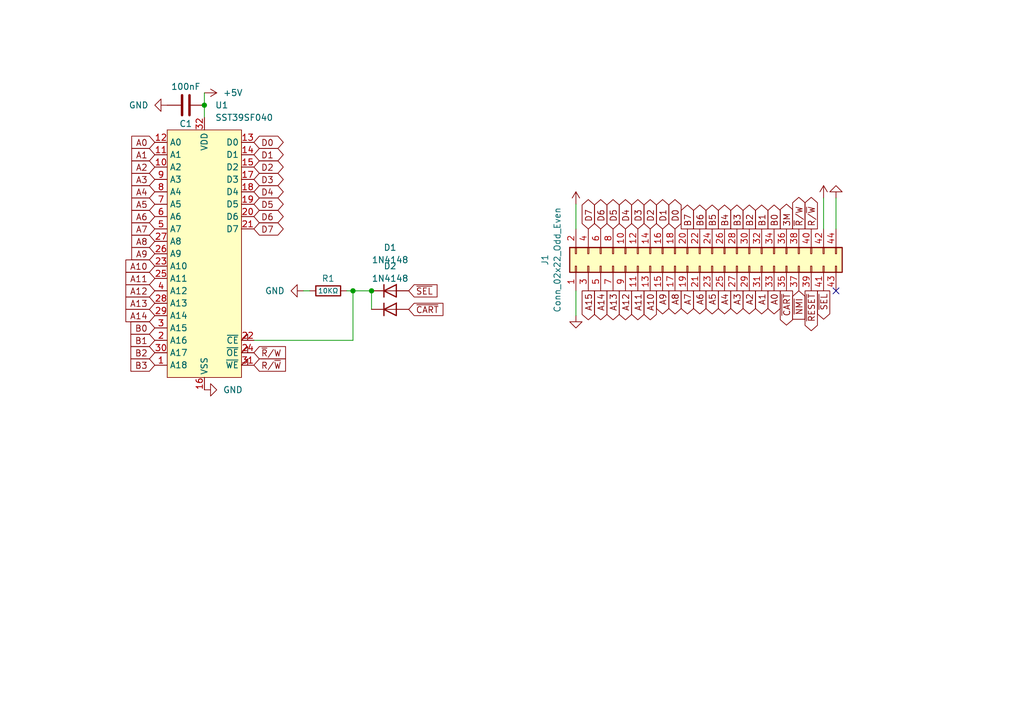
<source format=kicad_sch>
(kicad_sch (version 20231120) (generator "eeschema") (generator_version "8.0")
  (paper "A5")
  (lib_symbols
    (symbol "Connector_Generic:Conn_02x22_Odd_Even" (pin_names (offset 1.016) hide)
      (property "Reference" "J" (at 1.27 27.94 0))
      (property "Value" "Conn_02x22_Odd_Even" (at 1.27 -30.48 0))
      (symbol "Conn_02x22_Odd_Even_1_1"
        (rectangle (start -1.27 -27.813) (end 0 -28.067) (stroke (width 0.1524)))
        (rectangle (start -1.27 -25.273) (end 0 -25.527) (stroke (width 0.1524)))
        (rectangle (start -1.27 -22.733) (end 0 -22.987) (stroke (width 0.1524)))
        (rectangle (start -1.27 -20.193) (end 0 -20.447) (stroke (width 0.1524)))
        (rectangle (start -1.27 -17.653) (end 0 -17.907) (stroke (width 0.1524)))
        (rectangle (start -1.27 -15.113) (end 0 -15.367) (stroke (width 0.1524)))
        (rectangle (start -1.27 -12.573) (end 0 -12.827) (stroke (width 0.1524)))
        (rectangle (start -1.27 -10.033) (end 0 -10.287) (stroke (width 0.1524)))
        (rectangle (start -1.27 -7.493) (end 0 -7.747) (stroke (width 0.1524)))
        (rectangle (start -1.27 -4.953) (end 0 -5.207) (stroke (width 0.1524)))
        (rectangle (start -1.27 -2.413) (end 0 -2.667) (stroke (width 0.1524)))
        (rectangle (start -1.27 0.127) (end 0 -0.127) (stroke (width 0.1524)))
        (rectangle (start -1.27 2.667) (end 0 2.413) (stroke (width 0.1524)))
        (rectangle (start -1.27 5.207) (end 0 4.953) (stroke (width 0.1524)))
        (rectangle (start -1.27 7.747) (end 0 7.493) (stroke (width 0.1524)))
        (rectangle (start -1.27 10.287) (end 0 10.033) (stroke (width 0.1524)))
        (rectangle (start -1.27 12.827) (end 0 12.573) (stroke (width 0.1524)))
        (rectangle (start -1.27 15.367) (end 0 15.113) (stroke (width 0.1524)))
        (rectangle (start -1.27 17.907) (end 0 17.653) (stroke (width 0.1524)))
        (rectangle (start -1.27 20.447) (end 0 20.193) (stroke (width 0.1524)))
        (rectangle (start -1.27 22.987) (end 0 22.733) (stroke (width 0.1524)))
        (rectangle (start -1.27 25.527) (end 0 25.273) (stroke (width 0.1524)))
        (rectangle (start -1.27 26.67) (end 3.81 -29.21) (stroke (width 0.254)) (fill (type background)))
        (rectangle (start 3.81 -27.813) (end 2.54 -28.067) (stroke (width 0.1524)))
        (rectangle (start 3.81 -25.273) (end 2.54 -25.527) (stroke (width 0.1524)))
        (rectangle (start 3.81 -22.733) (end 2.54 -22.987) (stroke (width 0.1524)))
        (rectangle (start 3.81 -20.193) (end 2.54 -20.447) (stroke (width 0.1524)))
        (rectangle (start 3.81 -17.653) (end 2.54 -17.907) (stroke (width 0.1524)))
        (rectangle (start 3.81 -15.113) (end 2.54 -15.367) (stroke (width 0.1524)))
        (rectangle (start 3.81 -12.573) (end 2.54 -12.827) (stroke (width 0.1524)))
        (rectangle (start 3.81 -10.033) (end 2.54 -10.287) (stroke (width 0.1524)))
        (rectangle (start 3.81 -7.493) (end 2.54 -7.747) (stroke (width 0.1524)))
        (rectangle (start 3.81 -4.953) (end 2.54 -5.207) (stroke (width 0.1524)))
        (rectangle (start 3.81 -2.413) (end 2.54 -2.667) (stroke (width 0.1524)))
        (rectangle (start 3.81 0.127) (end 2.54 -0.127) (stroke (width 0.1524)))
        (rectangle (start 3.81 2.667) (end 2.54 2.413) (stroke (width 0.1524)))
        (rectangle (start 3.81 5.207) (end 2.54 4.953) (stroke (width 0.1524)))
        (rectangle (start 3.81 7.747) (end 2.54 7.493) (stroke (width 0.1524)))
        (rectangle (start 3.81 10.287) (end 2.54 10.033) (stroke (width 0.1524)))
        (rectangle (start 3.81 12.827) (end 2.54 12.573) (stroke (width 0.1524)))
        (rectangle (start 3.81 15.367) (end 2.54 15.113) (stroke (width 0.1524)))
        (rectangle (start 3.81 17.907) (end 2.54 17.653) (stroke (width 0.1524)))
        (rectangle (start 3.81 20.447) (end 2.54 20.193) (stroke (width 0.1524)))
        (rectangle (start 3.81 22.987) (end 2.54 22.733) (stroke (width 0.1524)))
        (rectangle (start 3.81 25.527) (end 2.54 25.273) (stroke (width 0.1524)))
        (pin passive line (at -5.08 25.4 0) (length 3.81) (name "Pin_1") (number "1"))
        (pin passive line (at 7.62 15.24 180) (length 3.81) (name "Pin_10") (number "10"))
        (pin passive line (at -5.08 12.7 0) (length 3.81) (name "Pin_11") (number "11"))
        (pin passive line (at 7.62 12.7 180) (length 3.81) (name "Pin_12") (number "12"))
        (pin passive line (at -5.08 10.16 0) (length 3.81) (name "Pin_13") (number "13"))
        (pin passive line (at 7.62 10.16 180) (length 3.81) (name "Pin_14") (number "14"))
        (pin passive line (at -5.08 7.62 0) (length 3.81) (name "Pin_15") (number "15"))
        (pin passive line (at 7.62 7.62 180) (length 3.81) (name "Pin_16") (number "16"))
        (pin passive line (at -5.08 5.08 0) (length 3.81) (name "Pin_17") (number "17"))
        (pin passive line (at 7.62 5.08 180) (length 3.81) (name "Pin_18") (number "18"))
        (pin passive line (at -5.08 2.54 0) (length 3.81) (name "Pin_19") (number "19"))
        (pin passive line (at 7.62 25.4 180) (length 3.81) (name "Pin_2") (number "2"))
        (pin passive line (at 7.62 2.54 180) (length 3.81) (name "Pin_20") (number "20"))
        (pin passive line (at -5.08 0 0) (length 3.81) (name "Pin_21") (number "21"))
        (pin passive line (at 7.62 0 180) (length 3.81) (name "Pin_22") (number "22"))
        (pin passive line (at -5.08 -2.54 0) (length 3.81) (name "Pin_23") (number "23"))
        (pin passive line (at 7.62 -2.54 180) (length 3.81) (name "Pin_24") (number "24"))
        (pin passive line (at -5.08 -5.08 0) (length 3.81) (name "Pin_25") (number "25"))
        (pin passive line (at 7.62 -5.08 180) (length 3.81) (name "Pin_26") (number "26"))
        (pin passive line (at -5.08 -7.62 0) (length 3.81) (name "Pin_27") (number "27"))
        (pin passive line (at 7.62 -7.62 180) (length 3.81) (name "Pin_28") (number "28"))
        (pin passive line (at -5.08 -10.16 0) (length 3.81) (name "Pin_29") (number "29"))
        (pin passive line (at -5.08 22.86 0) (length 3.81) (name "Pin_3") (number "3"))
        (pin passive line (at 7.62 -10.16 180) (length 3.81) (name "Pin_30") (number "30"))
        (pin passive line (at -5.08 -12.7 0) (length 3.81) (name "Pin_31") (number "31"))
        (pin passive line (at 7.62 -12.7 180) (length 3.81) (name "Pin_32") (number "32"))
        (pin passive line (at -5.08 -15.24 0) (length 3.81) (name "Pin_33") (number "33"))
        (pin passive line (at 7.62 -15.24 180) (length 3.81) (name "Pin_34") (number "34"))
        (pin passive line (at -5.08 -17.78 0) (length 3.81) (name "Pin_35") (number "35"))
        (pin passive line (at 7.62 -17.78 180) (length 3.81) (name "Pin_36") (number "36"))
        (pin passive line (at -5.08 -20.32 0) (length 3.81) (name "Pin_37") (number "37"))
        (pin passive line (at 7.62 -20.32 180) (length 3.81) (name "Pin_38") (number "38"))
        (pin passive line (at -5.08 -22.86 0) (length 3.81) (name "Pin_39") (number "39"))
        (pin passive line (at 7.62 22.86 180) (length 3.81) (name "Pin_4") (number "4"))
        (pin passive line (at 7.62 -22.86 180) (length 3.81) (name "Pin_40") (number "40"))
        (pin passive line (at -5.08 -25.4 0) (length 3.81) (name "Pin_41") (number "41"))
        (pin passive line (at 7.62 -25.4 180) (length 3.81) (name "Pin_42") (number "42"))
        (pin passive line (at -5.08 -27.94 0) (length 3.81) (name "Pin_43") (number "43"))
        (pin passive line (at 7.62 -27.94 180) (length 3.81) (name "Pin_44") (number "44"))
        (pin passive line (at -5.08 20.32 0) (length 3.81) (name "Pin_5") (number "5"))
        (pin passive line (at 7.62 20.32 180) (length 3.81) (name "Pin_6") (number "6"))
        (pin passive line (at -5.08 17.78 0) (length 3.81) (name "Pin_7") (number "7"))
        (pin passive line (at 7.62 17.78 180) (length 3.81) (name "Pin_8") (number "8"))
        (pin passive line (at -5.08 15.24 0) (length 3.81) (name "Pin_9") (number "9"))
      )
    )
    (symbol "Device:C" (pin_numbers hide) (pin_names (offset 0.254))
      (property "Reference" "C" (at 0.635 2.54 0))
      (property "Value" "C" (at 0.635 -2.54 0))
      (symbol "C_0_1"
        (polyline (pts (xy -2.032 -0.762) (xy 2.032 -0.762)) (stroke (width 0.508)))
        (polyline (pts (xy -2.032 0.762) (xy 2.032 0.762)) (stroke (width 0.508)))
      )
      (symbol "C_1_1"
        (pin passive line (at 0 3.81 270) (length 2.794) (name "~") (number "1"))
        (pin passive line (at 0 -3.81 90) (length 2.794) (name "~") (number "2"))
      )
    )
    (symbol "Device:R" (pin_numbers hide) (pin_names (offset 0))
      (property "Reference" "R" (at 2.032 0 90))
      (property "Value" "R" (at 0 0 90))
      (symbol "R_0_1"
        (rectangle (start -1.016 -2.54) (end 1.016 2.54) (stroke (width 0.254)))
      )
      (symbol "R_1_1"
        (pin passive line (at 0 3.81 270) (length 1.27) (name "~") (number "1"))
        (pin passive line (at 0 -3.81 90) (length 1.27) (name "~") (number "2"))
      )
    )
    (symbol "Diode:1N4148" (pin_numbers hide) (pin_names hide)
      (property "Reference" "D" (at 0 2.54 0))
      (property "Value" "1N4148" (at 0 -2.54 0))
      (symbol "1N4148_0_1"
        (polyline (pts (xy -1.27 1.27) (xy -1.27 -1.27)) (stroke (width 0.254)))
        (polyline (pts (xy 1.27 0) (xy -1.27 0)))
        (polyline (pts (xy 1.27 1.27) (xy 1.27 -1.27) (xy -1.27 0) (xy 1.27 1.27)) (stroke (width 0.254)))
      )
      (symbol "1N4148_1_1"
        (pin passive line (at -3.81 0 0) (length 2.54) (name "K") (number "1"))
        (pin passive line (at 3.81 0 180) (length 2.54) (name "A") (number "2"))
      )
    )
    (symbol "Memory_Lib:SST39SF040"
      (property "Reference" "U" (at 11.43 54.61 0))
      (property "Value" "SST39SF040" (at 19.05 52.07 0))
      (symbol "SST39SF040_1_1"
        (rectangle (start 0 50.8) (end 15.24 0) (fill (type background)))
        (pin input line (at -2.54 2.54 0) (length 2.54) (name "A18") (number "1"))
        (pin input line (at -2.54 43.18 0) (length 2.54) (name "A2") (number "10"))
        (pin input line (at -2.54 45.72 0) (length 2.54) (name "A1") (number "11"))
        (pin input line (at -2.54 48.26 0) (length 2.54) (name "A0") (number "12"))
        (pin bidirectional line (at 17.78 48.26 180) (length 2.54) (name "D0") (number "13"))
        (pin bidirectional line (at 17.78 45.72 180) (length 2.54) (name "D1") (number "14"))
        (pin bidirectional line (at 17.78 43.18 180) (length 2.54) (name "D2") (number "15"))
        (pin power_in line (at 7.62 -2.54 90) (length 2.54) (name "VSS") (number "16"))
        (pin bidirectional line (at 17.78 40.64 180) (length 2.54) (name "D3") (number "17"))
        (pin bidirectional line (at 17.78 38.1 180) (length 2.54) (name "D4") (number "18"))
        (pin bidirectional line (at 17.78 35.56 180) (length 2.54) (name "D5") (number "19"))
        (pin input line (at -2.54 7.62 0) (length 2.54) (name "A16") (number "2"))
        (pin bidirectional line (at 17.78 33.02 180) (length 2.54) (name "D6") (number "20"))
        (pin bidirectional line (at 17.78 30.48 180) (length 2.54) (name "D7") (number "21"))
        (pin input input_low (at 17.78 7.62 180) (length 2.54) (name "~{CE}") (number "22"))
        (pin input line (at -2.54 22.86 0) (length 2.54) (name "A10") (number "23"))
        (pin input input_low (at 17.78 5.08 180) (length 2.54) (name "~{OE}") (number "24"))
        (pin input line (at -2.54 20.32 0) (length 2.54) (name "A11") (number "25"))
        (pin input line (at -2.54 25.4 0) (length 2.54) (name "A9") (number "26"))
        (pin input line (at -2.54 27.94 0) (length 2.54) (name "A8") (number "27"))
        (pin input line (at -2.54 15.24 0) (length 2.54) (name "A13") (number "28"))
        (pin input line (at -2.54 12.7 0) (length 2.54) (name "A14") (number "29"))
        (pin input line (at -2.54 10.16 0) (length 2.54) (name "A15") (number "3"))
        (pin input line (at -2.54 5.08 0) (length 2.54) (name "A17") (number "30"))
        (pin input input_low (at 17.78 2.54 180) (length 2.54) (name "~{WE}") (number "31"))
        (pin power_in line (at 7.62 53.34 270) (length 2.54) (name "VDD") (number "32"))
        (pin input line (at -2.54 17.78 0) (length 2.54) (name "A12") (number "4"))
        (pin input line (at -2.54 30.48 0) (length 2.54) (name "A7") (number "5"))
        (pin input line (at -2.54 33.02 0) (length 2.54) (name "A6") (number "6"))
        (pin input line (at -2.54 35.56 0) (length 2.54) (name "A5") (number "7"))
        (pin input line (at -2.54 38.1 0) (length 2.54) (name "A4") (number "8"))
        (pin input line (at -2.54 40.64 0) (length 2.54) (name "A3") (number "9"))
      )
    )
    (symbol "power:+5V" (power) (pin_names (offset 0))
      (property "Value" "+5V" (at 0 3.556 0))
      (symbol "+5V_0_1"
        (polyline (pts (xy -0.762 1.27) (xy 0 2.54)))
        (polyline (pts (xy 0 0) (xy 0 2.54)))
        (polyline (pts (xy 0 2.54) (xy 0.762 1.27)))
      )
      (symbol "+5V_1_1"
        (pin power_in line (at 0 0 90) (length 0) hide (name "+5V") (number "1"))
      )
    )
    (symbol "power:GND" (power) (pin_names (offset 0))
      (property "Value" "GND" (at 0 -3.81 0))
      (symbol "GND_0_1"
        (polyline (pts (xy 0 0) (xy 0 -1.27) (xy 1.27 -1.27) (xy 0 -2.54) (xy -1.27 -1.27) (xy 0 -1.27)))
      )
      (symbol "GND_1_1"
        (pin power_in line (at 0 0 270) (length 0) hide (name "GND") (number "1"))
      )
    )
  )
  (junction (at 72.39 59.69))
  (junction (at 76.2 59.69))
  (junction (at 41.91 21.59))
  (no_connect (at 171.45 59.69))
  (wire (pts (xy 52.07 69.85) (xy 72.39 69.85)))
  (wire (pts (xy 118.11 41.91) (xy 118.11 46.99)))
  (wire (pts (xy 72.39 59.69) (xy 76.2 59.69)))
  (wire (pts (xy 41.91 21.59) (xy 41.91 24.13)))
  (wire (pts (xy 76.2 59.69) (xy 76.2 63.5)))
  (wire (pts (xy 168.91 40.64) (xy 168.91 46.99)))
  (wire (pts (xy 63.5 59.69) (xy 62.23 59.69)))
  (wire (pts (xy 171.45 40.64) (xy 171.45 46.99)))
  (wire (pts (xy 72.39 69.85) (xy 72.39 59.69)))
  (wire (pts (xy 118.11 64.77) (xy 118.11 59.69)))
  (wire (pts (xy 41.91 19.05) (xy 41.91 21.59)))
  (wire (pts (xy 72.39 59.69) (xy 71.12 59.69)))
  (global_label "A3" (shape output) (at 151.13 59.69 270) (property "Intersheetrefs" "${INTERSHEET_REFS}" (effects (hide yes))))
  (global_label "A8" (shape input) (at 31.75 49.53 180) (property "Intersheetrefs" "${INTERSHEET_REFS}" (effects (hide yes))))
  (global_label "D0" (shape bidirectional) (at 52.07 29.21 0) (property "Intersheetrefs" "${INTERSHEET_REFS}" (effects (hide yes))))
  (global_label "A11" (shape output) (at 130.81 59.69 270) (property "Intersheetrefs" "${INTERSHEET_REFS}" (effects (hide yes))))
  (global_label "A6" (shape input) (at 31.75 44.45 180) (property "Intersheetrefs" "${INTERSHEET_REFS}" (effects (hide yes))))
  (global_label "D4" (shape bidirectional) (at 52.07 39.37 0) (property "Intersheetrefs" "${INTERSHEET_REFS}" (effects (hide yes))))
  (global_label "A4" (shape output) (at 148.59 59.69 270) (property "Intersheetrefs" "${INTERSHEET_REFS}" (effects (hide yes))))
  (global_label "D2" (shape bidirectional) (at 52.07 34.29 0) (property "Intersheetrefs" "${INTERSHEET_REFS}" (effects (hide yes))))
  (global_label "D1" (shape bidirectional) (at 52.07 31.75 0) (property "Intersheetrefs" "${INTERSHEET_REFS}" (effects (hide yes))))
  (global_label "D3" (shape bidirectional) (at 130.81 46.99 90) (property "Intersheetrefs" "${INTERSHEET_REFS}" (effects (hide yes))))
  (global_label "R{slash}~{W}" (shape output) (at 166.37 46.99 90) (property "Intersheetrefs" "${INTERSHEET_REFS}" (effects (hide yes))))
  (global_label "D4" (shape bidirectional) (at 128.27 46.99 90) (property "Intersheetrefs" "${INTERSHEET_REFS}" (effects (hide yes))))
  (global_label "A7" (shape input) (at 31.75 46.99 180) (property "Intersheetrefs" "${INTERSHEET_REFS}" (effects (hide yes))))
  (global_label "R{slash}~{W}" (shape input) (at 52.07 74.93 0) (property "Intersheetrefs" "${INTERSHEET_REFS}" (effects (hide yes))))
  (global_label "~{CART}" (shape output) (at 161.29 59.69 270) (property "Intersheetrefs" "${INTERSHEET_REFS}" (effects (hide yes))))
  (global_label "A0" (shape input) (at 31.75 29.21 180) (property "Intersheetrefs" "${INTERSHEET_REFS}" (effects (hide yes))))
  (global_label "A4" (shape input) (at 31.75 39.37 180) (property "Intersheetrefs" "${INTERSHEET_REFS}" (effects (hide yes))))
  (global_label "~{R}{slash}W" (shape output) (at 163.83 46.99 90) (property "Intersheetrefs" "${INTERSHEET_REFS}" (effects (hide yes))))
  (global_label "A13" (shape output) (at 125.73 59.69 270) (property "Intersheetrefs" "${INTERSHEET_REFS}" (effects (hide yes))))
  (global_label "A0" (shape output) (at 158.75 59.69 270) (property "Intersheetrefs" "${INTERSHEET_REFS}" (effects (hide yes))))
  (global_label "~{CART}" (shape input) (at 83.82 63.5 0) (property "Intersheetrefs" "${INTERSHEET_REFS}" (effects (hide yes))))
  (global_label "D7" (shape bidirectional) (at 120.65 46.99 90) (property "Intersheetrefs" "${INTERSHEET_REFS}" (effects (hide yes))))
  (global_label "B4" (shape output) (at 148.59 46.99 90) (property "Intersheetrefs" "${INTERSHEET_REFS}" (effects (hide yes))))
  (global_label "B2" (shape input) (at 31.75 72.39 180) (property "Intersheetrefs" "${INTERSHEET_REFS}" (effects (hide yes))))
  (global_label "A2" (shape output) (at 153.67 59.69 270) (property "Intersheetrefs" "${INTERSHEET_REFS}" (effects (hide yes))))
  (global_label "~{SEL}" (shape output) (at 168.91 59.69 270) (property "Intersheetrefs" "${INTERSHEET_REFS}" (effects (hide yes))))
  (global_label "B0" (shape input) (at 31.75 67.31 180) (property "Intersheetrefs" "${INTERSHEET_REFS}" (effects (hide yes))))
  (global_label "A5" (shape input) (at 31.75 41.91 180) (property "Intersheetrefs" "${INTERSHEET_REFS}" (effects (hide yes))))
  (global_label "B0" (shape output) (at 158.75 46.99 90) (property "Intersheetrefs" "${INTERSHEET_REFS}" (effects (hide yes))))
  (global_label "A6" (shape output) (at 143.51 59.69 270) (property "Intersheetrefs" "${INTERSHEET_REFS}" (effects (hide yes))))
  (global_label "A1" (shape input) (at 31.75 31.75 180) (property "Intersheetrefs" "${INTERSHEET_REFS}" (effects (hide yes))))
  (global_label "~{R}{slash}W" (shape input) (at 52.07 72.39 0) (property "Intersheetrefs" "${INTERSHEET_REFS}" (effects (hide yes))))
  (global_label "D1" (shape bidirectional) (at 135.89 46.99 90) (property "Intersheetrefs" "${INTERSHEET_REFS}" (effects (hide yes))))
  (global_label "B7" (shape output) (at 140.97 46.99 90) (property "Intersheetrefs" "${INTERSHEET_REFS}" (effects (hide yes))))
  (global_label "D3" (shape bidirectional) (at 52.07 36.83 0) (property "Intersheetrefs" "${INTERSHEET_REFS}" (effects (hide yes))))
  (global_label "D7" (shape bidirectional) (at 52.07 46.99 0) (property "Intersheetrefs" "${INTERSHEET_REFS}" (effects (hide yes))))
  (global_label "A12" (shape output) (at 128.27 59.69 270) (property "Intersheetrefs" "${INTERSHEET_REFS}" (effects (hide yes))))
  (global_label "A12" (shape input) (at 31.75 59.69 180) (property "Intersheetrefs" "${INTERSHEET_REFS}" (effects (hide yes))))
  (global_label "B2" (shape output) (at 153.67 46.99 90) (property "Intersheetrefs" "${INTERSHEET_REFS}" (effects (hide yes))))
  (global_label "B1" (shape output) (at 156.21 46.99 90) (property "Intersheetrefs" "${INTERSHEET_REFS}" (effects (hide yes))))
  (global_label "D5" (shape bidirectional) (at 52.07 41.91 0) (property "Intersheetrefs" "${INTERSHEET_REFS}" (effects (hide yes))))
  (global_label "A14" (shape input) (at 31.75 64.77 180) (property "Intersheetrefs" "${INTERSHEET_REFS}" (effects (hide yes))))
  (global_label "A15" (shape output) (at 120.65 59.69 270) (property "Intersheetrefs" "${INTERSHEET_REFS}" (effects (hide yes))))
  (global_label "A7" (shape output) (at 140.97 59.69 270) (property "Intersheetrefs" "${INTERSHEET_REFS}" (effects (hide yes))))
  (global_label "D2" (shape bidirectional) (at 133.35 46.99 90) (property "Intersheetrefs" "${INTERSHEET_REFS}" (effects (hide yes))))
  (global_label "A8" (shape output) (at 138.43 59.69 270) (property "Intersheetrefs" "${INTERSHEET_REFS}" (effects (hide yes))))
  (global_label "B6" (shape output) (at 143.51 46.99 90) (property "Intersheetrefs" "${INTERSHEET_REFS}" (effects (hide yes))))
  (global_label "A9" (shape output) (at 135.89 59.69 270) (property "Intersheetrefs" "${INTERSHEET_REFS}" (effects (hide yes))))
  (global_label "A1" (shape output) (at 156.21 59.69 270) (property "Intersheetrefs" "${INTERSHEET_REFS}" (effects (hide yes))))
  (global_label "D5" (shape bidirectional) (at 125.73 46.99 90) (property "Intersheetrefs" "${INTERSHEET_REFS}" (effects (hide yes))))
  (global_label "~{RESET}" (shape output) (at 166.37 59.69 270) (property "Intersheetrefs" "${INTERSHEET_REFS}" (effects (hide yes))))
  (global_label "D6" (shape bidirectional) (at 123.19 46.99 90) (property "Intersheetrefs" "${INTERSHEET_REFS}" (effects (hide yes))))
  (global_label "A9" (shape input) (at 31.75 52.07 180) (property "Intersheetrefs" "${INTERSHEET_REFS}" (effects (hide yes))))
  (global_label "~{NMI}" (shape input) (at 163.83 59.69 270) (property "Intersheetrefs" "${INTERSHEET_REFS}" (effects (hide yes))))
  (global_label "A10" (shape output) (at 133.35 59.69 270) (property "Intersheetrefs" "${INTERSHEET_REFS}" (effects (hide yes))))
  (global_label "B3" (shape input) (at 31.75 74.93 180) (property "Intersheetrefs" "${INTERSHEET_REFS}" (effects (hide yes))))
  (global_label "A14" (shape output) (at 123.19 59.69 270) (property "Intersheetrefs" "${INTERSHEET_REFS}" (effects (hide yes))))
  (global_label "D6" (shape bidirectional) (at 52.07 44.45 0) (property "Intersheetrefs" "${INTERSHEET_REFS}" (effects (hide yes))))
  (global_label "A5" (shape output) (at 146.05 59.69 270) (property "Intersheetrefs" "${INTERSHEET_REFS}" (effects (hide yes))))
  (global_label "B1" (shape input) (at 31.75 69.85 180) (property "Intersheetrefs" "${INTERSHEET_REFS}" (effects (hide yes))))
  (global_label "3M" (shape output) (at 161.29 46.99 90) (property "Intersheetrefs" "${INTERSHEET_REFS}" (effects (hide yes))))
  (global_label "A11" (shape input) (at 31.75 57.15 180) (property "Intersheetrefs" "${INTERSHEET_REFS}" (effects (hide yes))))
  (global_label "A10" (shape input) (at 31.75 54.61 180) (property "Intersheetrefs" "${INTERSHEET_REFS}" (effects (hide yes))))
  (global_label "B3" (shape output) (at 151.13 46.99 90) (property "Intersheetrefs" "${INTERSHEET_REFS}" (effects (hide yes))))
  (global_label "B5" (shape output) (at 146.05 46.99 90) (property "Intersheetrefs" "${INTERSHEET_REFS}" (effects (hide yes))))
  (global_label "D0" (shape bidirectional) (at 138.43 46.99 90) (property "Intersheetrefs" "${INTERSHEET_REFS}" (effects (hide yes))))
  (global_label "A13" (shape input) (at 31.75 62.23 180) (property "Intersheetrefs" "${INTERSHEET_REFS}" (effects (hide yes))))
  (global_label "~{SEL}" (shape input) (at 83.82 59.69 0) (property "Intersheetrefs" "${INTERSHEET_REFS}" (effects (hide yes))))
  (global_label "A3" (shape input) (at 31.75 36.83 180) (property "Intersheetrefs" "${INTERSHEET_REFS}" (effects (hide yes))))
  (global_label "A2" (shape input) (at 31.75 34.29 180) (property "Intersheetrefs" "${INTERSHEET_REFS}" (effects (hide yes))))
  (symbol (lib_id "Connector_Generic:Conn_02x22_Odd_Even") (at 143.51 54.61 90) (unit 1)
    (property "Reference" "J1" (at 111.76 53.34 0))
    (property "Value" "Conn_02x22_Odd_Even" (at 114.3 53.34 0))
    (property "Footprint" "Smal:KITTY_Cart_Edge" (effects (hide yes)))
  )
  (symbol (lib_id "Device:C") (at 38.1 21.59 90) (unit 1)
    (property "Reference" "C1" (at 38.1 25.4 90))
    (property "Value" "100nF" (at 38.1 17.78 90))
    (property "Footprint" "Capacitor_THT:C_Disc_D3.0mm_W1.6mm_P2.50mm" (effects (hide yes)))
  )
  (symbol (lib_id "power:GND") (at 62.23 59.69 270) (unit 1)
    (property "Reference" "#PWR04" (effects (hide yes)))
    (property "Value" "GND" (at 58.42 59.69 90) (effects (justify right)))
  )
  (symbol (lib_id "power:GND") (at 171.45 40.64 180) (unit 1)
    (property "Reference" "#PWR07" (effects (hide yes)))
    (property "Value" "GND" (effects (hide yes)))
  )
  (symbol (lib_id "Diode:1N4148") (at 80.01 63.5 0) (unit 1)
    (property "Reference" "D2" (at 80.01 54.61 0))
    (property "Value" "1N4148" (at 80.01 57.15 0))
    (property "Footprint" "Diode_THT:D_DO-35_SOD27_P7.62mm_Horizontal" (effects (hide yes)))
    (property "Datasheet" "https://assets.nexperia.com/documents/data-sheet/1N4148_1N4448.pdf" (effects (hide yes)))
    (property "Sim.Device" "D" (effects (hide yes)))
    (property "Sim.Pins" "1=K 2=A" (effects (hide yes)))
  )
  (symbol (lib_id "Device:R") (at 67.31 59.69 90) (unit 1)
    (property "Reference" "R1" (at 67.31 57.15 90))
    (property "Value" "10KΩ" (at 67.31 59.69 90) (effects (font (size 1 1))))
    (property "Footprint" "Resistor_THT:R_Axial_DIN0204_L3.6mm_D1.6mm_P7.62mm_Horizontal" (effects (hide yes)))
  )
  (symbol (lib_id "power:+5V") (at 168.91 40.64 0) (unit 1)
    (property "Reference" "#PWR08" (effects (hide yes)))
    (property "Value" "+5V" (effects (hide yes)))
  )
  (symbol (lib_id "power:GND") (at 34.29 21.59 270) (unit 1)
    (property "Reference" "#PWR01" (effects (hide yes)))
    (property "Value" "GND" (at 30.48 21.59 90) (effects (justify right)))
  )
  (symbol (lib_id "power:+5V") (at 41.91 19.05 270) (unit 1)
    (property "Reference" "#PWR02" (effects (hide yes)))
    (property "Value" "+5V" (at 45.72 19.05 90) (effects (justify left)))
  )
  (symbol (lib_id "power:GND") (at 41.91 80.01 90) (unit 1)
    (property "Reference" "#PWR03" (effects (hide yes)))
    (property "Value" "GND" (at 45.72 80.01 90) (effects (justify right)))
  )
  (symbol (lib_id "power:+5V") (at 118.11 41.91 0) (unit 1)
    (property "Reference" "#PWR05" (effects (hide yes)))
    (property "Value" "+5V" (effects (hide yes)))
  )
  (symbol (lib_id "power:GND") (at 118.11 64.77 0) (unit 1)
    (property "Reference" "#PWR06" (effects (hide yes)))
    (property "Value" "GND" (effects (hide yes)))
  )
  (symbol (lib_id "Diode:1N4148") (at 80.01 59.69 0) (unit 1)
    (property "Reference" "D1" (at 80.01 50.8 0))
    (property "Value" "1N4148" (at 80.01 53.34 0))
    (property "Footprint" "Diode_THT:D_DO-35_SOD27_P7.62mm_Horizontal" (effects (hide yes)))
    (property "Datasheet" "https://assets.nexperia.com/documents/data-sheet/1N4148_1N4448.pdf" (effects (hide yes)))
    (property "Sim.Device" "D" (effects (hide yes)))
    (property "Sim.Pins" "1=K 2=A" (effects (hide yes)))
  )
  (symbol (lib_id "Memory_Lib:SST39SF040") (at 34.29 77.47 0) (unit 1)
    (property "Reference" "U1" (at 44.1041 21.59 0) (effects (justify left)))
    (property "Value" "SST39SF040" (at 44.1041 24.13 0) (effects (justify left)))
    (property "Footprint" "PCM_Package_LCC_AKL:PLCC-32_THT-Socket" (effects (hide yes)))
    (property "Datasheet" "https://ww1.microchip.com/downloads/aemDocuments/documents/OTH/ProductDocuments/DataSheets/20005022C.pdf" (effects (hide yes)))
  )
)
</source>
